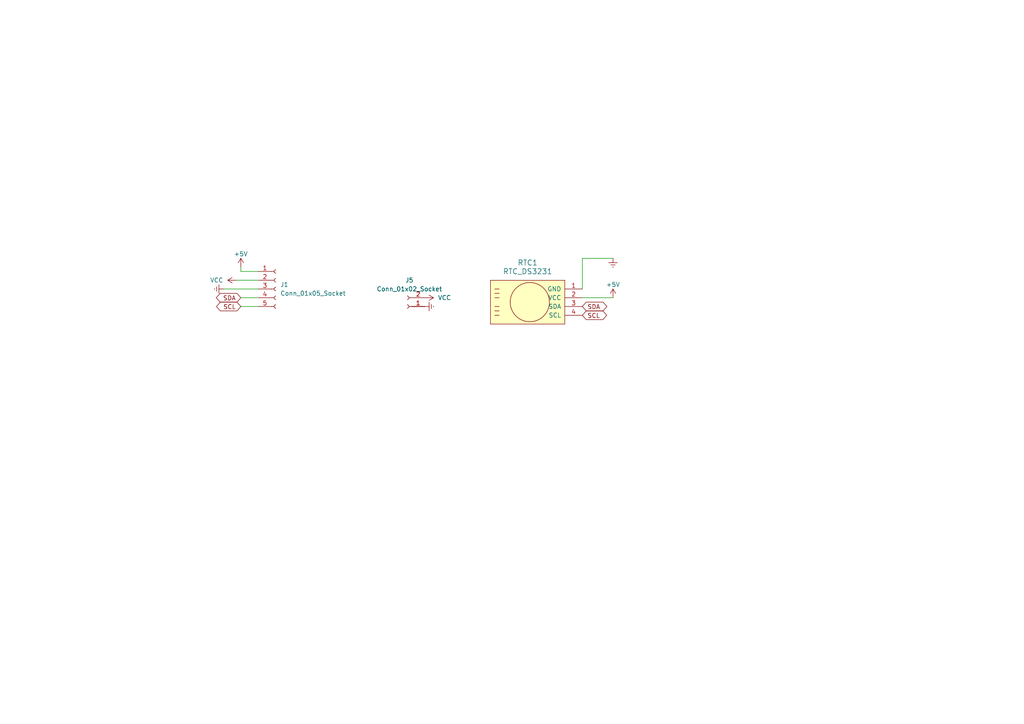
<source format=kicad_sch>
(kicad_sch (version 20230121) (generator eeschema)
  (paper "A4")
  (lib_symbols
    (symbol "Connector:Conn_01x02_Socket" (pin_names (offset 1.016) hide)
      (property "Reference" "J" (at 0 2.54 0))
      (property "Value" "Conn_01x02_Socket" (at 0 -5.08 0))
      (symbol "Conn_01x02_Socket_1_1"
        (arc (start 0 -2.032) (mid -0.5058 -2.54) (end 0 -3.048) (stroke (width 0.1524)))
        (polyline (pts (xy -1.27 -2.54) (xy -0.508 -2.54)) (stroke (width 0.1524)))
        (polyline (pts (xy -1.27 0) (xy -0.508 0)) (stroke (width 0.1524)))
        (arc (start 0 0.508) (mid -0.5058 0) (end 0 -0.508) (stroke (width 0.1524)))
        (pin passive line (at -5.08 0 0) (length 3.81) (name "Pin_1") (number "1"))
        (pin passive line (at -5.08 -2.54 0) (length 3.81) (name "Pin_2") (number "2"))
      )
    )
    (symbol "Connector:Conn_01x05_Socket" (pin_names (offset 1.016) hide)
      (property "Reference" "J" (at 0 7.62 0))
      (property "Value" "Conn_01x05_Socket" (at 0 -7.62 0))
      (symbol "Conn_01x05_Socket_1_1"
        (arc (start 0 -4.572) (mid -0.5058 -5.08) (end 0 -5.588) (stroke (width 0.1524)))
        (arc (start 0 -2.032) (mid -0.5058 -2.54) (end 0 -3.048) (stroke (width 0.1524)))
        (polyline (pts (xy -1.27 -5.08) (xy -0.508 -5.08)) (stroke (width 0.1524)))
        (polyline (pts (xy -1.27 -2.54) (xy -0.508 -2.54)) (stroke (width 0.1524)))
        (polyline (pts (xy -1.27 0) (xy -0.508 0)) (stroke (width 0.1524)))
        (polyline (pts (xy -1.27 2.54) (xy -0.508 2.54)) (stroke (width 0.1524)))
        (polyline (pts (xy -1.27 5.08) (xy -0.508 5.08)) (stroke (width 0.1524)))
        (arc (start 0 0.508) (mid -0.5058 0) (end 0 -0.508) (stroke (width 0.1524)))
        (arc (start 0 3.048) (mid -0.5058 2.54) (end 0 2.032) (stroke (width 0.1524)))
        (arc (start 0 5.588) (mid -0.5058 5.08) (end 0 4.572) (stroke (width 0.1524)))
        (pin passive line (at -5.08 5.08 0) (length 3.81) (name "Pin_1") (number "1"))
        (pin passive line (at -5.08 2.54 0) (length 3.81) (name "Pin_2") (number "2"))
        (pin passive line (at -5.08 0 0) (length 3.81) (name "Pin_3") (number "3"))
        (pin passive line (at -5.08 -2.54 0) (length 3.81) (name "Pin_4") (number "4"))
        (pin passive line (at -5.08 -5.08 0) (length 3.81) (name "Pin_5") (number "5"))
      )
    )
    (symbol "megasaturnv_custom_components:RTC_DS3231" (pin_names (offset 1.016))
      (property "Reference" "RTC" (at 0 -6.35 0))
      (property "Value" "RTC_DS3231" (at 0 8.89 0))
      (symbol "RTC_DS3231_0_1"
        (rectangle (start -11.43 7.62) (end 10.16 -5.08) (fill (type background)))
        (polyline (pts (xy -10.16 -2.54) (xy -8.89 -2.54)))
        (polyline (pts (xy -10.16 -1.27) (xy -8.89 -1.27)))
        (polyline (pts (xy -10.16 0) (xy -8.89 0)))
        (polyline (pts (xy -10.16 2.54) (xy -8.89 2.54)))
        (polyline (pts (xy -10.16 3.81) (xy -8.89 3.81)))
        (polyline (pts (xy -10.16 5.08) (xy -8.89 5.08)))
        (circle (center 0 1.27) (radius 5.6896))
      )
      (symbol "RTC_DS3231_1_1"
        (pin power_in line (at 15.24 5.08 180) (length 5.08) (name "GND") (number "1"))
        (pin power_in line (at 15.24 2.54 180) (length 5.08) (name "VCC") (number "2"))
        (pin bidirectional line (at 15.24 0 180) (length 5.08) (name "SDA") (number "3"))
        (pin input line (at 15.24 -2.54 180) (length 5.08) (name "SCL") (number "4"))
      )
    )
    (symbol "power:+5V" (power) (pin_names (offset 0))
      (property "Value" "+5V" (at 0 3.556 0))
      (symbol "+5V_0_1"
        (polyline (pts (xy -0.762 1.27) (xy 0 2.54)))
        (polyline (pts (xy 0 0) (xy 0 2.54)))
        (polyline (pts (xy 0 2.54) (xy 0.762 1.27)))
      )
      (symbol "+5V_1_1"
        (pin power_in line (at 0 0 90) (length 0) hide (name "+5V") (number "1"))
      )
    )
    (symbol "power:Earth" (power) (pin_names (offset 0))
      (symbol "Earth_0_1"
        (polyline (pts (xy -0.635 -1.905) (xy 0.635 -1.905)))
        (polyline (pts (xy -0.127 -2.54) (xy 0.127 -2.54)))
        (polyline (pts (xy 0 -1.27) (xy 0 0)))
        (polyline (pts (xy 1.27 -1.27) (xy -1.27 -1.27)))
      )
      (symbol "Earth_1_1"
        (pin power_in line (at 0 0 270) (length 0) hide (name "Earth") (number "1"))
      )
    )
    (symbol "power:VCC" (power) (pin_names (offset 0))
      (property "Value" "VCC" (at 0 3.81 0))
      (symbol "VCC_0_1"
        (polyline (pts (xy -0.762 1.27) (xy 0 2.54)))
        (polyline (pts (xy 0 0) (xy 0 2.54)))
        (polyline (pts (xy 0 2.54) (xy 0.762 1.27)))
      )
      (symbol "VCC_1_1"
        (pin power_in line (at 0 0 90) (length 0) hide (name "VCC") (number "1"))
      )
    )
  )
  (wire (pts (xy 177.8 74.93) (xy 168.91 74.93)))
  (wire (pts (xy 69.85 78.74) (xy 74.93 78.74)))
  (wire (pts (xy 168.91 74.93) (xy 168.91 83.82)))
  (wire (pts (xy 177.8 86.36) (xy 168.91 86.36)))
  (wire (pts (xy 64.77 83.82) (xy 74.93 83.82)))
  (wire (pts (xy 69.85 77.47) (xy 69.85 78.74)))
  (wire (pts (xy 68.58 81.28) (xy 74.93 81.28)))
  (wire (pts (xy 69.85 86.36) (xy 74.93 86.36)))
  (wire (pts (xy 69.85 88.9) (xy 74.93 88.9)))
  (global_label "SDA" (shape bidirectional) (at 168.91 88.9 0) (property "Intersheetrefs" "${INTERSHEET_REFS}" (effects hide)))
  (global_label "SCL" (shape bidirectional) (at 168.91 91.44 0) (property "Intersheetrefs" "${INTERSHEET_REFS}" (effects hide)))
  (global_label "SCL" (shape bidirectional) (at 69.85 88.9 180) (property "Intersheetrefs" "${INTERSHEET_REFS}" (effects hide)))
  (global_label "SDA" (shape bidirectional) (at 69.85 86.36 180) (property "Intersheetrefs" "${INTERSHEET_REFS}" (effects hide)))
  (symbol (lib_id "Connector:Conn_01x05_Socket") (at 80.01 83.82 0) (unit 1)
    (property "Reference" "J1" (at 81.28 82.55 0) (effects (justify left)))
    (property "Value" "Conn_01x05_Socket" (at 81.28 85.09 0) (effects (justify left)))
    (property "Footprint" "Connector_JST:JST_PH_B5B-PH-K_1x05_P2.00mm_Vertical" (effects hide))
  )
  (symbol (lib_id "power:VCC") (at 123.19 86.36 270) (unit 1)
    (property "Reference" "#PWR034" (effects hide))
    (property "Value" "VCC" (at 127 86.36 90) (effects (justify left)))
  )
  (symbol (lib_id "Connector:Conn_01x02_Socket") (at 118.11 88.9 180) (unit 1)
    (property "Reference" "J5" (at 118.745 81.28 0))
    (property "Value" "Conn_01x02_Socket" (at 118.745 83.82 0))
    (property "Footprint" "Connector_JST:JST_PH_B2B-PH-K_1x02_P2.00mm_Vertical" (effects hide))
  )
  (symbol (lib_id "power:+5V") (at 177.8 86.36 0) (unit 1)
    (property "Reference" "#PWR010" (effects hide))
    (property "Value" "+5V" (at 177.8 82.55 0))
  )
  (symbol (lib_id "power:VCC") (at 68.58 81.28 90) (unit 1)
    (property "Reference" "#PWR015" (effects hide))
    (property "Value" "VCC" (at 64.77 81.28 90) (effects (justify left)))
  )
  (symbol (lib_id "power:+5V") (at 69.85 77.47 0) (unit 1)
    (property "Reference" "#PWR030" (effects hide))
    (property "Value" "+5V" (at 69.85 73.66 0))
  )
  (symbol (lib_id "megasaturnv_custom_components:RTC_DS3231") (at 153.67 88.9 0) (unit 1)
    (property "Reference" "RTC1" (at 153.035 76.2 0) (effects (font (size 1.524 1.524))))
    (property "Value" "RTC_DS3231" (at 153.035 78.74 0) (effects (font (size 1.524 1.524))))
    (property "Footprint" "megasaturnv_custom_components:RTC_DS3231" (effects hide))
  )
  (symbol (lib_id "power:Earth") (at 64.77 83.82 270) (unit 1)
    (property "Reference" "#PWR014" (effects hide))
    (property "Value" "Earth" (effects hide))
  )
  (symbol (lib_id "power:Earth") (at 123.19 88.9 90) (unit 1)
    (property "Reference" "#PWR035" (effects hide))
    (property "Value" "Earth" (effects hide))
  )
  (symbol (lib_id "power:Earth") (at 177.8 74.93 0) (unit 1)
    (property "Reference" "#PWR011" (effects hide))
    (property "Value" "Earth" (effects hide))
  )
)
</source>
